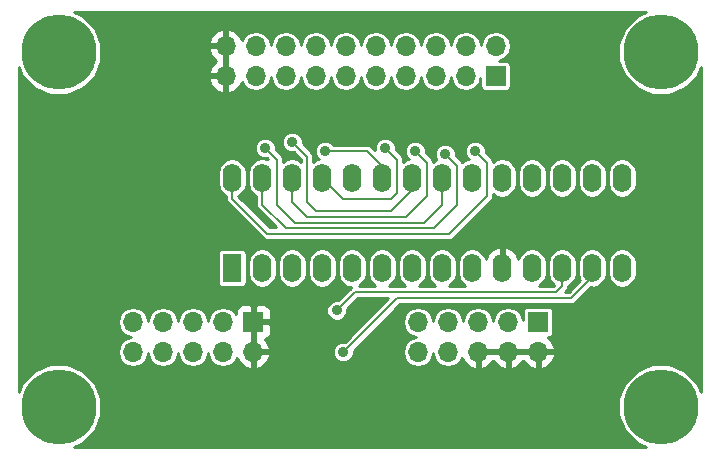
<source format=gbr>
G04 #@! TF.FileFunction,Copper,L2,Bot,Signal*
%FSLAX46Y46*%
G04 Gerber Fmt 4.6, Leading zero omitted, Abs format (unit mm)*
G04 Created by KiCad (PCBNEW (after 2015-mar-04 BZR unknown)-product) date 5/15/2017 4:50:43 PM*
%MOMM*%
G01*
G04 APERTURE LIST*
%ADD10C,0.150000*%
%ADD11C,6.350000*%
%ADD12R,1.700000X1.700000*%
%ADD13O,1.700000X1.700000*%
%ADD14R,1.600000X2.400000*%
%ADD15O,1.600000X2.400000*%
%ADD16C,0.889000*%
%ADD17C,0.203200*%
%ADD18C,0.254000*%
G04 APERTURE END LIST*
D10*
D11*
X65000000Y-44000000D03*
D12*
X51000000Y-16000000D03*
D13*
X51000000Y-13460000D03*
X48460000Y-16000000D03*
X48460000Y-13460000D03*
X45920000Y-16000000D03*
X45920000Y-13460000D03*
X43380000Y-16000000D03*
X43380000Y-13460000D03*
X40840000Y-16000000D03*
X40840000Y-13460000D03*
X38300000Y-16000000D03*
X38300000Y-13460000D03*
X35760000Y-16000000D03*
X35760000Y-13460000D03*
X33220000Y-16000000D03*
X33220000Y-13460000D03*
X30680000Y-16000000D03*
X30680000Y-13460000D03*
X28140000Y-16000000D03*
X28140000Y-13460000D03*
D11*
X65000000Y-14000000D03*
X14000000Y-14000000D03*
X14000000Y-44000000D03*
D12*
X54610000Y-36830000D03*
D13*
X54610000Y-39370000D03*
X52070000Y-36830000D03*
X52070000Y-39370000D03*
X49530000Y-36830000D03*
X49530000Y-39370000D03*
X46990000Y-36830000D03*
X46990000Y-39370000D03*
X44450000Y-36830000D03*
X44450000Y-39370000D03*
D14*
X28702000Y-32258000D03*
D15*
X61722000Y-24638000D03*
X31242000Y-32258000D03*
X59182000Y-24638000D03*
X33782000Y-32258000D03*
X56642000Y-24638000D03*
X36322000Y-32258000D03*
X54102000Y-24638000D03*
X38862000Y-32258000D03*
X51562000Y-24638000D03*
X41402000Y-32258000D03*
X49022000Y-24638000D03*
X43942000Y-32258000D03*
X46482000Y-24638000D03*
X46482000Y-32258000D03*
X43942000Y-24638000D03*
X49022000Y-32258000D03*
X41402000Y-24638000D03*
X51562000Y-32258000D03*
X38862000Y-24638000D03*
X54102000Y-32258000D03*
X36322000Y-24638000D03*
X56642000Y-32258000D03*
X33782000Y-24638000D03*
X59182000Y-32258000D03*
X31242000Y-24638000D03*
X61722000Y-32258000D03*
X28702000Y-24638000D03*
D12*
X30480000Y-36830000D03*
D13*
X30480000Y-39370000D03*
X27940000Y-36830000D03*
X27940000Y-39370000D03*
X25400000Y-36830000D03*
X25400000Y-39370000D03*
X22860000Y-36830000D03*
X22860000Y-39370000D03*
X20320000Y-36830000D03*
X20320000Y-39370000D03*
D16*
X36576000Y-22352000D03*
X33782000Y-21590000D03*
X31496000Y-22098000D03*
X38100000Y-39370000D03*
X37550000Y-35856000D03*
X49276000Y-22352000D03*
X46736000Y-22606000D03*
X44196000Y-22352000D03*
X41656000Y-22098000D03*
D17*
X38300000Y-16000000D02*
X38300000Y-16710000D01*
X38862000Y-24638000D02*
X38862000Y-24130000D01*
X40132000Y-22352000D02*
X36576000Y-22352000D01*
X41402000Y-23622000D02*
X40132000Y-22352000D01*
X41402000Y-24638000D02*
X41402000Y-23622000D01*
X35052000Y-22860000D02*
X33782000Y-21590000D01*
X35052000Y-26670000D02*
X35052000Y-22860000D01*
X35814000Y-27432000D02*
X35052000Y-26670000D01*
X42164000Y-27432000D02*
X35814000Y-27432000D01*
X43942000Y-25654000D02*
X42164000Y-27432000D01*
X43942000Y-24638000D02*
X43942000Y-25654000D01*
X32512000Y-23114000D02*
X32512000Y-26924000D01*
X44958000Y-28448000D02*
X46482000Y-26924000D01*
X34036000Y-28448000D02*
X44958000Y-28448000D01*
X32512000Y-26924000D02*
X34036000Y-28448000D01*
X46482000Y-26924000D02*
X46482000Y-24638000D01*
X32512000Y-23114000D02*
X31496000Y-22098000D01*
X46482000Y-24638000D02*
X46482000Y-26924000D01*
X59182000Y-32258000D02*
X59182000Y-33020000D01*
X59182000Y-33020000D02*
X57404000Y-34798000D01*
X42672000Y-34798000D02*
X38100000Y-39370000D01*
X57404000Y-34798000D02*
X42672000Y-34798000D01*
X39878000Y-34290000D02*
X56134000Y-34290000D01*
X39116000Y-34290000D02*
X39878000Y-34290000D01*
X56134000Y-34290000D02*
X56642000Y-33782000D01*
X39116000Y-34290000D02*
X39878000Y-34290000D01*
X37550000Y-35856000D02*
X39116000Y-34290000D01*
X56642000Y-33782000D02*
X56642000Y-32258000D01*
X28702000Y-24638000D02*
X28702000Y-26416000D01*
X47091596Y-29362404D02*
X50292000Y-26162000D01*
X31648404Y-29362404D02*
X47091596Y-29362404D01*
X28702000Y-26416000D02*
X31648404Y-29362404D01*
X50292000Y-26162000D02*
X50292000Y-23368000D01*
X50292000Y-23368000D02*
X49276000Y-22352000D01*
X50292000Y-23368000D02*
X49276000Y-22352000D01*
X31242000Y-24638000D02*
X31242000Y-26924000D01*
X45770798Y-28905202D02*
X47752000Y-26924000D01*
X33223202Y-28905202D02*
X45770798Y-28905202D01*
X31242000Y-26924000D02*
X33223202Y-28905202D01*
X47752000Y-26924000D02*
X47752000Y-23622000D01*
X46736000Y-22606000D02*
X47752000Y-23622000D01*
X45212000Y-24892000D02*
X45212000Y-23876000D01*
X44196000Y-22352000D02*
X45212000Y-23368000D01*
X45212000Y-23368000D02*
X45212000Y-23876000D01*
X45212000Y-26162000D02*
X43434000Y-27940000D01*
X43434000Y-27940000D02*
X35052000Y-27940000D01*
X35052000Y-27940000D02*
X33782000Y-26670000D01*
X33782000Y-26670000D02*
X33782000Y-24638000D01*
X45212000Y-24892000D02*
X45212000Y-26162000D01*
X42672000Y-24892000D02*
X42672000Y-24130000D01*
X41656000Y-22098000D02*
X42672000Y-23114000D01*
X42672000Y-23114000D02*
X42672000Y-24130000D01*
X42672000Y-25908000D02*
X42164000Y-26416000D01*
X42164000Y-26416000D02*
X38100000Y-26416000D01*
X38100000Y-26416000D02*
X36322000Y-24638000D01*
X42672000Y-24892000D02*
X42672000Y-25908000D01*
D18*
G36*
X68377700Y-42729735D02*
X68059479Y-41959581D01*
X67045755Y-40944087D01*
X65720584Y-40393828D01*
X64285711Y-40392576D01*
X62959581Y-40940521D01*
X62953800Y-40946291D01*
X62953800Y-32689969D01*
X62953800Y-31826031D01*
X62953800Y-25069969D01*
X62953800Y-24206031D01*
X62860035Y-23734642D01*
X62593014Y-23335017D01*
X62193389Y-23067996D01*
X61722000Y-22974231D01*
X61250611Y-23067996D01*
X60850986Y-23335017D01*
X60583965Y-23734642D01*
X60490200Y-24206031D01*
X60490200Y-25069969D01*
X60583965Y-25541358D01*
X60850986Y-25940983D01*
X61250611Y-26208004D01*
X61722000Y-26301769D01*
X62193389Y-26208004D01*
X62593014Y-25940983D01*
X62860035Y-25541358D01*
X62953800Y-25069969D01*
X62953800Y-31826031D01*
X62860035Y-31354642D01*
X62593014Y-30955017D01*
X62193389Y-30687996D01*
X61722000Y-30594231D01*
X61250611Y-30687996D01*
X60850986Y-30955017D01*
X60583965Y-31354642D01*
X60490200Y-31826031D01*
X60490200Y-32689969D01*
X60583965Y-33161358D01*
X60850986Y-33560983D01*
X61250611Y-33828004D01*
X61722000Y-33921769D01*
X62193389Y-33828004D01*
X62593014Y-33560983D01*
X62860035Y-33161358D01*
X62953800Y-32689969D01*
X62953800Y-40946291D01*
X61944087Y-41954245D01*
X61393828Y-43279416D01*
X61392576Y-44714289D01*
X61940521Y-46040419D01*
X62954245Y-47055913D01*
X63729194Y-47377700D01*
X60413800Y-47377700D01*
X60413800Y-32689969D01*
X60413800Y-31826031D01*
X60413800Y-25069969D01*
X60413800Y-24206031D01*
X60320035Y-23734642D01*
X60053014Y-23335017D01*
X59653389Y-23067996D01*
X59182000Y-22974231D01*
X58710611Y-23067996D01*
X58310986Y-23335017D01*
X58043965Y-23734642D01*
X57950200Y-24206031D01*
X57950200Y-25069969D01*
X58043965Y-25541358D01*
X58310986Y-25940983D01*
X58710611Y-26208004D01*
X59182000Y-26301769D01*
X59653389Y-26208004D01*
X60053014Y-25940983D01*
X60320035Y-25541358D01*
X60413800Y-25069969D01*
X60413800Y-31826031D01*
X60320035Y-31354642D01*
X60053014Y-30955017D01*
X59653389Y-30687996D01*
X59182000Y-30594231D01*
X58710611Y-30687996D01*
X58310986Y-30955017D01*
X58043965Y-31354642D01*
X57950200Y-31826031D01*
X57950200Y-32689969D01*
X58043965Y-33161358D01*
X58141030Y-33306627D01*
X57183058Y-34264600D01*
X56913741Y-34264600D01*
X57019167Y-34159173D01*
X57019170Y-34159171D01*
X57019171Y-34159171D01*
X57088483Y-34055436D01*
X57134797Y-33986124D01*
X57134797Y-33986123D01*
X57174351Y-33787269D01*
X57513014Y-33560983D01*
X57780035Y-33161358D01*
X57873800Y-32689969D01*
X57873800Y-31826031D01*
X57873800Y-25069969D01*
X57873800Y-24206031D01*
X57780035Y-23734642D01*
X57513014Y-23335017D01*
X57113389Y-23067996D01*
X56642000Y-22974231D01*
X56170611Y-23067996D01*
X55770986Y-23335017D01*
X55503965Y-23734642D01*
X55410200Y-24206031D01*
X55410200Y-25069969D01*
X55503965Y-25541358D01*
X55770986Y-25940983D01*
X56170611Y-26208004D01*
X56642000Y-26301769D01*
X57113389Y-26208004D01*
X57513014Y-25940983D01*
X57780035Y-25541358D01*
X57873800Y-25069969D01*
X57873800Y-31826031D01*
X57780035Y-31354642D01*
X57513014Y-30955017D01*
X57113389Y-30687996D01*
X56642000Y-30594231D01*
X56170611Y-30687996D01*
X55770986Y-30955017D01*
X55503965Y-31354642D01*
X55410200Y-31826031D01*
X55410200Y-32689969D01*
X55503965Y-33161358D01*
X55770986Y-33560983D01*
X55973415Y-33696242D01*
X55913058Y-33756600D01*
X54680252Y-33756600D01*
X54973014Y-33560983D01*
X55240035Y-33161358D01*
X55333800Y-32689969D01*
X55333800Y-31826031D01*
X55333800Y-25069969D01*
X55333800Y-24206031D01*
X55240035Y-23734642D01*
X54973014Y-23335017D01*
X54573389Y-23067996D01*
X54102000Y-22974231D01*
X53630611Y-23067996D01*
X53230986Y-23335017D01*
X52963965Y-23734642D01*
X52870200Y-24206031D01*
X52870200Y-25069969D01*
X52963965Y-25541358D01*
X53230986Y-25940983D01*
X53630611Y-26208004D01*
X54102000Y-26301769D01*
X54573389Y-26208004D01*
X54973014Y-25940983D01*
X55240035Y-25541358D01*
X55333800Y-25069969D01*
X55333800Y-31826031D01*
X55240035Y-31354642D01*
X54973014Y-30955017D01*
X54573389Y-30687996D01*
X54102000Y-30594231D01*
X53630611Y-30687996D01*
X53230986Y-30955017D01*
X52963965Y-31354642D01*
X52932771Y-31511463D01*
X52839166Y-31191517D01*
X52793800Y-31135108D01*
X52793800Y-25069969D01*
X52793800Y-24206031D01*
X52700035Y-23734642D01*
X52433014Y-23335017D01*
X52290259Y-23239631D01*
X52290259Y-16850000D01*
X52290259Y-15150000D01*
X52258315Y-14985356D01*
X52163258Y-14840649D01*
X52019755Y-14743784D01*
X51850000Y-14709741D01*
X51287418Y-14709741D01*
X51490524Y-14669341D01*
X51906369Y-14391481D01*
X52184229Y-13975636D01*
X52281800Y-13485112D01*
X52281800Y-13434888D01*
X52184229Y-12944364D01*
X51906369Y-12528519D01*
X51490524Y-12250659D01*
X51000000Y-12153088D01*
X50509476Y-12250659D01*
X50093631Y-12528519D01*
X49815771Y-12944364D01*
X49730000Y-13375565D01*
X49644229Y-12944364D01*
X49366369Y-12528519D01*
X48950524Y-12250659D01*
X48460000Y-12153088D01*
X47969476Y-12250659D01*
X47553631Y-12528519D01*
X47275771Y-12944364D01*
X47190000Y-13375565D01*
X47104229Y-12944364D01*
X46826369Y-12528519D01*
X46410524Y-12250659D01*
X45920000Y-12153088D01*
X45429476Y-12250659D01*
X45013631Y-12528519D01*
X44735771Y-12944364D01*
X44650000Y-13375565D01*
X44564229Y-12944364D01*
X44286369Y-12528519D01*
X43870524Y-12250659D01*
X43380000Y-12153088D01*
X42889476Y-12250659D01*
X42473631Y-12528519D01*
X42195771Y-12944364D01*
X42110000Y-13375565D01*
X42024229Y-12944364D01*
X41746369Y-12528519D01*
X41330524Y-12250659D01*
X40840000Y-12153088D01*
X40349476Y-12250659D01*
X39933631Y-12528519D01*
X39655771Y-12944364D01*
X39570000Y-13375565D01*
X39484229Y-12944364D01*
X39206369Y-12528519D01*
X38790524Y-12250659D01*
X38300000Y-12153088D01*
X37809476Y-12250659D01*
X37393631Y-12528519D01*
X37115771Y-12944364D01*
X37030000Y-13375565D01*
X36944229Y-12944364D01*
X36666369Y-12528519D01*
X36250524Y-12250659D01*
X35760000Y-12153088D01*
X35269476Y-12250659D01*
X34853631Y-12528519D01*
X34575771Y-12944364D01*
X34490000Y-13375565D01*
X34404229Y-12944364D01*
X34126369Y-12528519D01*
X33710524Y-12250659D01*
X33220000Y-12153088D01*
X32729476Y-12250659D01*
X32313631Y-12528519D01*
X32035771Y-12944364D01*
X31950000Y-13375565D01*
X31864229Y-12944364D01*
X31586369Y-12528519D01*
X31170524Y-12250659D01*
X30680000Y-12153088D01*
X30189476Y-12250659D01*
X29773631Y-12528519D01*
X29502327Y-12934551D01*
X29335183Y-12578642D01*
X28906924Y-12188355D01*
X28496890Y-12018524D01*
X28267000Y-12139845D01*
X28267000Y-13333000D01*
X28287000Y-13333000D01*
X28287000Y-13587000D01*
X28267000Y-13587000D01*
X28267000Y-14679845D01*
X28267000Y-14780155D01*
X28267000Y-15873000D01*
X28287000Y-15873000D01*
X28287000Y-16127000D01*
X28267000Y-16127000D01*
X28267000Y-17320155D01*
X28496890Y-17441476D01*
X28906924Y-17271645D01*
X29335183Y-16881358D01*
X29502327Y-16525448D01*
X29773631Y-16931481D01*
X30189476Y-17209341D01*
X30680000Y-17306912D01*
X31170524Y-17209341D01*
X31586369Y-16931481D01*
X31864229Y-16515636D01*
X31950000Y-16084434D01*
X32035771Y-16515636D01*
X32313631Y-16931481D01*
X32729476Y-17209341D01*
X33220000Y-17306912D01*
X33710524Y-17209341D01*
X34126369Y-16931481D01*
X34404229Y-16515636D01*
X34490000Y-16084434D01*
X34575771Y-16515636D01*
X34853631Y-16931481D01*
X35269476Y-17209341D01*
X35760000Y-17306912D01*
X36250524Y-17209341D01*
X36666369Y-16931481D01*
X36944229Y-16515636D01*
X37030000Y-16084434D01*
X37115771Y-16515636D01*
X37393631Y-16931481D01*
X37809476Y-17209341D01*
X38300000Y-17306912D01*
X38790524Y-17209341D01*
X39206369Y-16931481D01*
X39484229Y-16515636D01*
X39570000Y-16084434D01*
X39655771Y-16515636D01*
X39933631Y-16931481D01*
X40349476Y-17209341D01*
X40840000Y-17306912D01*
X41330524Y-17209341D01*
X41746369Y-16931481D01*
X42024229Y-16515636D01*
X42110000Y-16084434D01*
X42195771Y-16515636D01*
X42473631Y-16931481D01*
X42889476Y-17209341D01*
X43380000Y-17306912D01*
X43870524Y-17209341D01*
X44286369Y-16931481D01*
X44564229Y-16515636D01*
X44650000Y-16084434D01*
X44735771Y-16515636D01*
X45013631Y-16931481D01*
X45429476Y-17209341D01*
X45920000Y-17306912D01*
X46410524Y-17209341D01*
X46826369Y-16931481D01*
X47104229Y-16515636D01*
X47190000Y-16084434D01*
X47275771Y-16515636D01*
X47553631Y-16931481D01*
X47969476Y-17209341D01*
X48460000Y-17306912D01*
X48950524Y-17209341D01*
X49366369Y-16931481D01*
X49644229Y-16515636D01*
X49709741Y-16186283D01*
X49709741Y-16850000D01*
X49741685Y-17014644D01*
X49836742Y-17159351D01*
X49980245Y-17256216D01*
X50150000Y-17290259D01*
X51850000Y-17290259D01*
X52014644Y-17258315D01*
X52159351Y-17163258D01*
X52256216Y-17019755D01*
X52290259Y-16850000D01*
X52290259Y-23239631D01*
X52033389Y-23067996D01*
X51562000Y-22974231D01*
X51090611Y-23067996D01*
X50803839Y-23259610D01*
X50784797Y-23163877D01*
X50669171Y-22990829D01*
X50152194Y-22473852D01*
X50152452Y-22178458D01*
X50019324Y-21856264D01*
X49773032Y-21609542D01*
X49451072Y-21475852D01*
X49102458Y-21475548D01*
X48780264Y-21608676D01*
X48533542Y-21854968D01*
X48399852Y-22176928D01*
X48399548Y-22525542D01*
X48532676Y-22847736D01*
X48719096Y-23034482D01*
X48550611Y-23067996D01*
X48177565Y-23317257D01*
X48129171Y-23244829D01*
X47612194Y-22727852D01*
X47612452Y-22432458D01*
X47479324Y-22110264D01*
X47233032Y-21863542D01*
X46911072Y-21729852D01*
X46562458Y-21729548D01*
X46240264Y-21862676D01*
X45993542Y-22108968D01*
X45859852Y-22430928D01*
X45859548Y-22779542D01*
X45985631Y-23084686D01*
X45723839Y-23259610D01*
X45704797Y-23163877D01*
X45589171Y-22990829D01*
X45072194Y-22473852D01*
X45072452Y-22178458D01*
X44939324Y-21856264D01*
X44693032Y-21609542D01*
X44371072Y-21475852D01*
X44022458Y-21475548D01*
X43700264Y-21608676D01*
X43453542Y-21854968D01*
X43319852Y-22176928D01*
X43319548Y-22525542D01*
X43452676Y-22847736D01*
X43639096Y-23034482D01*
X43470611Y-23067996D01*
X43205400Y-23245204D01*
X43205400Y-23114000D01*
X43164797Y-22909877D01*
X43049171Y-22736829D01*
X42532194Y-22219852D01*
X42532452Y-21924458D01*
X42399324Y-21602264D01*
X42153032Y-21355542D01*
X41831072Y-21221852D01*
X41482458Y-21221548D01*
X41160264Y-21354676D01*
X40913542Y-21600968D01*
X40779852Y-21922928D01*
X40779570Y-22245228D01*
X40509171Y-21974829D01*
X40336123Y-21859203D01*
X40132000Y-21818600D01*
X37281725Y-21818600D01*
X37073032Y-21609542D01*
X36751072Y-21475852D01*
X36402458Y-21475548D01*
X36080264Y-21608676D01*
X35833542Y-21854968D01*
X35699852Y-22176928D01*
X35699548Y-22525542D01*
X35832676Y-22847736D01*
X36019096Y-23034482D01*
X35850611Y-23067996D01*
X35585400Y-23245204D01*
X35585400Y-22860000D01*
X35544797Y-22655877D01*
X35544797Y-22655876D01*
X35429171Y-22482829D01*
X34658194Y-21711852D01*
X34658452Y-21416458D01*
X34525324Y-21094264D01*
X34279032Y-20847542D01*
X33957072Y-20713852D01*
X33608458Y-20713548D01*
X33286264Y-20846676D01*
X33039542Y-21092968D01*
X32905852Y-21414928D01*
X32905548Y-21763542D01*
X33038676Y-22085736D01*
X33284968Y-22332458D01*
X33606928Y-22466148D01*
X33904065Y-22466407D01*
X34518600Y-23080942D01*
X34518600Y-23245204D01*
X34253389Y-23067996D01*
X33782000Y-22974231D01*
X33310611Y-23067996D01*
X33045400Y-23245204D01*
X33045400Y-23114000D01*
X33004797Y-22909877D01*
X32889171Y-22736829D01*
X32372194Y-22219852D01*
X32372452Y-21924458D01*
X32239324Y-21602264D01*
X31993032Y-21355542D01*
X31671072Y-21221852D01*
X31322458Y-21221548D01*
X31000264Y-21354676D01*
X30753542Y-21600968D01*
X30619852Y-21922928D01*
X30619548Y-22271542D01*
X30752676Y-22593736D01*
X30998968Y-22840458D01*
X31320928Y-22974148D01*
X31618065Y-22974407D01*
X31711223Y-23067565D01*
X31242000Y-22974231D01*
X30770611Y-23067996D01*
X30370986Y-23335017D01*
X30103965Y-23734642D01*
X30010200Y-24206031D01*
X30010200Y-25069969D01*
X30103965Y-25541358D01*
X30370986Y-25940983D01*
X30708600Y-26166569D01*
X30708600Y-26924000D01*
X30749203Y-27128123D01*
X30864829Y-27301171D01*
X32392662Y-28829004D01*
X31869345Y-28829004D01*
X29235400Y-26195058D01*
X29235400Y-26166569D01*
X29573014Y-25940983D01*
X29840035Y-25541358D01*
X29933800Y-25069969D01*
X29933800Y-24206031D01*
X29840035Y-23734642D01*
X29573014Y-23335017D01*
X29173389Y-23067996D01*
X28702000Y-22974231D01*
X28230611Y-23067996D01*
X28013000Y-23213399D01*
X28013000Y-17320155D01*
X28013000Y-16127000D01*
X28013000Y-15873000D01*
X28013000Y-14780155D01*
X28013000Y-14679845D01*
X28013000Y-13587000D01*
X28013000Y-13333000D01*
X28013000Y-12139845D01*
X27783110Y-12018524D01*
X27373076Y-12188355D01*
X26944817Y-12578642D01*
X26698514Y-13103108D01*
X26819181Y-13333000D01*
X28013000Y-13333000D01*
X28013000Y-13587000D01*
X26819181Y-13587000D01*
X26698514Y-13816892D01*
X26944817Y-14341358D01*
X27371270Y-14730000D01*
X26944817Y-15118642D01*
X26698514Y-15643108D01*
X26819181Y-15873000D01*
X28013000Y-15873000D01*
X28013000Y-16127000D01*
X26819181Y-16127000D01*
X26698514Y-16356892D01*
X26944817Y-16881358D01*
X27373076Y-17271645D01*
X27783110Y-17441476D01*
X28013000Y-17320155D01*
X28013000Y-23213399D01*
X27830986Y-23335017D01*
X27563965Y-23734642D01*
X27470200Y-24206031D01*
X27470200Y-25069969D01*
X27563965Y-25541358D01*
X27830986Y-25940983D01*
X28168600Y-26166569D01*
X28168600Y-26416000D01*
X28209203Y-26620123D01*
X28324829Y-26793171D01*
X31271230Y-29739571D01*
X31271233Y-29739575D01*
X31374967Y-29808887D01*
X31444280Y-29855201D01*
X31444281Y-29855201D01*
X31648404Y-29895804D01*
X47091596Y-29895804D01*
X47295719Y-29855201D01*
X47468767Y-29739575D01*
X50669171Y-26539171D01*
X50784797Y-26366123D01*
X50825400Y-26162000D01*
X50825401Y-26162000D01*
X50825400Y-26161994D01*
X50825400Y-26030795D01*
X51090611Y-26208004D01*
X51562000Y-26301769D01*
X52033389Y-26208004D01*
X52433014Y-25940983D01*
X52700035Y-25541358D01*
X52793800Y-25069969D01*
X52793800Y-31135108D01*
X52486896Y-30753500D01*
X51993819Y-30483633D01*
X51911039Y-30466096D01*
X51689000Y-30588085D01*
X51689000Y-32131000D01*
X51709000Y-32131000D01*
X51709000Y-32385000D01*
X51689000Y-32385000D01*
X51689000Y-32405000D01*
X51435000Y-32405000D01*
X51435000Y-32385000D01*
X51415000Y-32385000D01*
X51415000Y-32131000D01*
X51435000Y-32131000D01*
X51435000Y-30588085D01*
X51212961Y-30466096D01*
X51130181Y-30483633D01*
X50637104Y-30753500D01*
X50284834Y-31191517D01*
X50191228Y-31511463D01*
X50160035Y-31354642D01*
X49893014Y-30955017D01*
X49493389Y-30687996D01*
X49022000Y-30594231D01*
X48550611Y-30687996D01*
X48150986Y-30955017D01*
X47883965Y-31354642D01*
X47790200Y-31826031D01*
X47790200Y-32689969D01*
X47883965Y-33161358D01*
X48150986Y-33560983D01*
X48443747Y-33756600D01*
X47060252Y-33756600D01*
X47353014Y-33560983D01*
X47620035Y-33161358D01*
X47713800Y-32689969D01*
X47713800Y-31826031D01*
X47620035Y-31354642D01*
X47353014Y-30955017D01*
X46953389Y-30687996D01*
X46482000Y-30594231D01*
X46010611Y-30687996D01*
X45610986Y-30955017D01*
X45343965Y-31354642D01*
X45250200Y-31826031D01*
X45250200Y-32689969D01*
X45343965Y-33161358D01*
X45610986Y-33560983D01*
X45903747Y-33756600D01*
X44520252Y-33756600D01*
X44813014Y-33560983D01*
X45080035Y-33161358D01*
X45173800Y-32689969D01*
X45173800Y-31826031D01*
X45080035Y-31354642D01*
X44813014Y-30955017D01*
X44413389Y-30687996D01*
X43942000Y-30594231D01*
X43470611Y-30687996D01*
X43070986Y-30955017D01*
X42803965Y-31354642D01*
X42710200Y-31826031D01*
X42710200Y-32689969D01*
X42803965Y-33161358D01*
X43070986Y-33560983D01*
X43363747Y-33756600D01*
X41980252Y-33756600D01*
X42273014Y-33560983D01*
X42540035Y-33161358D01*
X42633800Y-32689969D01*
X42633800Y-31826031D01*
X42540035Y-31354642D01*
X42273014Y-30955017D01*
X41873389Y-30687996D01*
X41402000Y-30594231D01*
X40930611Y-30687996D01*
X40530986Y-30955017D01*
X40263965Y-31354642D01*
X40170200Y-31826031D01*
X40170200Y-32689969D01*
X40263965Y-33161358D01*
X40530986Y-33560983D01*
X40823747Y-33756600D01*
X39878000Y-33756600D01*
X39440252Y-33756600D01*
X39733014Y-33560983D01*
X40000035Y-33161358D01*
X40093800Y-32689969D01*
X40093800Y-31826031D01*
X40000035Y-31354642D01*
X39733014Y-30955017D01*
X39333389Y-30687996D01*
X38862000Y-30594231D01*
X38390611Y-30687996D01*
X37990986Y-30955017D01*
X37723965Y-31354642D01*
X37630200Y-31826031D01*
X37630200Y-32689969D01*
X37723965Y-33161358D01*
X37990986Y-33560983D01*
X38390611Y-33828004D01*
X38756774Y-33900838D01*
X38738829Y-33912829D01*
X38738826Y-33912832D01*
X37671852Y-34979805D01*
X37553800Y-34979702D01*
X37553800Y-32689969D01*
X37553800Y-31826031D01*
X37460035Y-31354642D01*
X37193014Y-30955017D01*
X36793389Y-30687996D01*
X36322000Y-30594231D01*
X35850611Y-30687996D01*
X35450986Y-30955017D01*
X35183965Y-31354642D01*
X35090200Y-31826031D01*
X35090200Y-32689969D01*
X35183965Y-33161358D01*
X35450986Y-33560983D01*
X35850611Y-33828004D01*
X36322000Y-33921769D01*
X36793389Y-33828004D01*
X37193014Y-33560983D01*
X37460035Y-33161358D01*
X37553800Y-32689969D01*
X37553800Y-34979702D01*
X37376458Y-34979548D01*
X37054264Y-35112676D01*
X36807542Y-35358968D01*
X36673852Y-35680928D01*
X36673548Y-36029542D01*
X36806676Y-36351736D01*
X37052968Y-36598458D01*
X37374928Y-36732148D01*
X37723542Y-36732452D01*
X38045736Y-36599324D01*
X38292458Y-36353032D01*
X38426148Y-36031072D01*
X38426407Y-35733934D01*
X39336941Y-34823400D01*
X39878000Y-34823400D01*
X41892258Y-34823400D01*
X38221852Y-38493805D01*
X37926458Y-38493548D01*
X37604264Y-38626676D01*
X37357542Y-38872968D01*
X37223852Y-39194928D01*
X37223548Y-39543542D01*
X37356676Y-39865736D01*
X37602968Y-40112458D01*
X37924928Y-40246148D01*
X38273542Y-40246452D01*
X38595736Y-40113324D01*
X38842458Y-39867032D01*
X38976148Y-39545072D01*
X38976407Y-39247934D01*
X42892941Y-35331400D01*
X57404000Y-35331400D01*
X57608123Y-35290797D01*
X57781171Y-35175171D01*
X59059032Y-33897309D01*
X59182000Y-33921769D01*
X59653389Y-33828004D01*
X60053014Y-33560983D01*
X60320035Y-33161358D01*
X60413800Y-32689969D01*
X60413800Y-47377700D01*
X56051486Y-47377700D01*
X56051486Y-39726892D01*
X56051486Y-39013108D01*
X55805183Y-38488642D01*
X55400959Y-38120259D01*
X55460000Y-38120259D01*
X55624644Y-38088315D01*
X55769351Y-37993258D01*
X55866216Y-37849755D01*
X55900259Y-37680000D01*
X55900259Y-35980000D01*
X55868315Y-35815356D01*
X55773258Y-35670649D01*
X55629755Y-35573784D01*
X55460000Y-35539741D01*
X53760000Y-35539741D01*
X53595356Y-35571685D01*
X53450649Y-35666742D01*
X53353784Y-35810245D01*
X53319741Y-35980000D01*
X53319741Y-36643716D01*
X53254229Y-36314364D01*
X52976369Y-35898519D01*
X52560524Y-35620659D01*
X52070000Y-35523088D01*
X51579476Y-35620659D01*
X51163631Y-35898519D01*
X50885771Y-36314364D01*
X50800000Y-36745565D01*
X50714229Y-36314364D01*
X50436369Y-35898519D01*
X50020524Y-35620659D01*
X49530000Y-35523088D01*
X49039476Y-35620659D01*
X48623631Y-35898519D01*
X48345771Y-36314364D01*
X48260000Y-36745565D01*
X48174229Y-36314364D01*
X47896369Y-35898519D01*
X47480524Y-35620659D01*
X46990000Y-35523088D01*
X46499476Y-35620659D01*
X46083631Y-35898519D01*
X45805771Y-36314364D01*
X45720000Y-36745565D01*
X45634229Y-36314364D01*
X45356369Y-35898519D01*
X44940524Y-35620659D01*
X44450000Y-35523088D01*
X43959476Y-35620659D01*
X43543631Y-35898519D01*
X43265771Y-36314364D01*
X43168200Y-36804888D01*
X43168200Y-36855112D01*
X43265771Y-37345636D01*
X43543631Y-37761481D01*
X43959476Y-38039341D01*
X44264430Y-38100000D01*
X43959476Y-38160659D01*
X43543631Y-38438519D01*
X43265771Y-38854364D01*
X43168200Y-39344888D01*
X43168200Y-39395112D01*
X43265771Y-39885636D01*
X43543631Y-40301481D01*
X43959476Y-40579341D01*
X44450000Y-40676912D01*
X44940524Y-40579341D01*
X45356369Y-40301481D01*
X45634229Y-39885636D01*
X45720000Y-39454434D01*
X45805771Y-39885636D01*
X46083631Y-40301481D01*
X46499476Y-40579341D01*
X46990000Y-40676912D01*
X47480524Y-40579341D01*
X47896369Y-40301481D01*
X48167672Y-39895448D01*
X48334817Y-40251358D01*
X48763076Y-40641645D01*
X49173110Y-40811476D01*
X49403000Y-40690155D01*
X49403000Y-39497000D01*
X49383000Y-39497000D01*
X49383000Y-39243000D01*
X49403000Y-39243000D01*
X49403000Y-39223000D01*
X49657000Y-39223000D01*
X49657000Y-39243000D01*
X50749181Y-39243000D01*
X50850819Y-39243000D01*
X51943000Y-39243000D01*
X51943000Y-39223000D01*
X52197000Y-39223000D01*
X52197000Y-39243000D01*
X53289181Y-39243000D01*
X53390819Y-39243000D01*
X54483000Y-39243000D01*
X54483000Y-39223000D01*
X54737000Y-39223000D01*
X54737000Y-39243000D01*
X55930819Y-39243000D01*
X56051486Y-39013108D01*
X56051486Y-39726892D01*
X55930819Y-39497000D01*
X54737000Y-39497000D01*
X54737000Y-40690155D01*
X54966890Y-40811476D01*
X55376924Y-40641645D01*
X55805183Y-40251358D01*
X56051486Y-39726892D01*
X56051486Y-47377700D01*
X54483000Y-47377700D01*
X54483000Y-40690155D01*
X54483000Y-39497000D01*
X53390819Y-39497000D01*
X53289181Y-39497000D01*
X52197000Y-39497000D01*
X52197000Y-40690155D01*
X52426890Y-40811476D01*
X52836924Y-40641645D01*
X53265183Y-40251358D01*
X53340000Y-40092046D01*
X53414817Y-40251358D01*
X53843076Y-40641645D01*
X54253110Y-40811476D01*
X54483000Y-40690155D01*
X54483000Y-47377700D01*
X51943000Y-47377700D01*
X51943000Y-40690155D01*
X51943000Y-39497000D01*
X50850819Y-39497000D01*
X50749181Y-39497000D01*
X49657000Y-39497000D01*
X49657000Y-40690155D01*
X49886890Y-40811476D01*
X50296924Y-40641645D01*
X50725183Y-40251358D01*
X50800000Y-40092046D01*
X50874817Y-40251358D01*
X51303076Y-40641645D01*
X51713110Y-40811476D01*
X51943000Y-40690155D01*
X51943000Y-47377700D01*
X35013800Y-47377700D01*
X35013800Y-32689969D01*
X35013800Y-31826031D01*
X34920035Y-31354642D01*
X34653014Y-30955017D01*
X34253389Y-30687996D01*
X33782000Y-30594231D01*
X33310611Y-30687996D01*
X32910986Y-30955017D01*
X32643965Y-31354642D01*
X32550200Y-31826031D01*
X32550200Y-32689969D01*
X32643965Y-33161358D01*
X32910986Y-33560983D01*
X33310611Y-33828004D01*
X33782000Y-33921769D01*
X34253389Y-33828004D01*
X34653014Y-33560983D01*
X34920035Y-33161358D01*
X35013800Y-32689969D01*
X35013800Y-47377700D01*
X32473800Y-47377700D01*
X32473800Y-32689969D01*
X32473800Y-31826031D01*
X32380035Y-31354642D01*
X32113014Y-30955017D01*
X31713389Y-30687996D01*
X31242000Y-30594231D01*
X30770611Y-30687996D01*
X30370986Y-30955017D01*
X30103965Y-31354642D01*
X30010200Y-31826031D01*
X30010200Y-32689969D01*
X30103965Y-33161358D01*
X30370986Y-33560983D01*
X30770611Y-33828004D01*
X31242000Y-33921769D01*
X31713389Y-33828004D01*
X32113014Y-33560983D01*
X32380035Y-33161358D01*
X32473800Y-32689969D01*
X32473800Y-47377700D01*
X31965000Y-47377700D01*
X31965000Y-37806309D01*
X31965000Y-37115750D01*
X31965000Y-36544250D01*
X31965000Y-35853691D01*
X31868327Y-35620302D01*
X31689699Y-35441673D01*
X31456310Y-35345000D01*
X31203691Y-35345000D01*
X30765750Y-35345000D01*
X30607000Y-35503750D01*
X30607000Y-36703000D01*
X31806250Y-36703000D01*
X31965000Y-36544250D01*
X31965000Y-37115750D01*
X31806250Y-36957000D01*
X30607000Y-36957000D01*
X30607000Y-38049845D01*
X30607000Y-38156250D01*
X30607000Y-39243000D01*
X31800819Y-39243000D01*
X31921486Y-39013108D01*
X31675183Y-38488642D01*
X31475792Y-38306930D01*
X31689699Y-38218327D01*
X31868327Y-38039698D01*
X31965000Y-37806309D01*
X31965000Y-47377700D01*
X31921486Y-47377700D01*
X31921486Y-39726892D01*
X31800819Y-39497000D01*
X30607000Y-39497000D01*
X30607000Y-40690155D01*
X30836890Y-40811476D01*
X31246924Y-40641645D01*
X31675183Y-40251358D01*
X31921486Y-39726892D01*
X31921486Y-47377700D01*
X30353000Y-47377700D01*
X30353000Y-40690155D01*
X30353000Y-39497000D01*
X30333000Y-39497000D01*
X30333000Y-39243000D01*
X30353000Y-39243000D01*
X30353000Y-38156250D01*
X30353000Y-38049845D01*
X30353000Y-36957000D01*
X30333000Y-36957000D01*
X30333000Y-36703000D01*
X30353000Y-36703000D01*
X30353000Y-35503750D01*
X30194250Y-35345000D01*
X29942259Y-35345000D01*
X29942259Y-33458000D01*
X29942259Y-31058000D01*
X29910315Y-30893356D01*
X29815258Y-30748649D01*
X29671755Y-30651784D01*
X29502000Y-30617741D01*
X27902000Y-30617741D01*
X27737356Y-30649685D01*
X27592649Y-30744742D01*
X27495784Y-30888245D01*
X27461741Y-31058000D01*
X27461741Y-33458000D01*
X27493685Y-33622644D01*
X27588742Y-33767351D01*
X27732245Y-33864216D01*
X27902000Y-33898259D01*
X29502000Y-33898259D01*
X29666644Y-33866315D01*
X29811351Y-33771258D01*
X29908216Y-33627755D01*
X29942259Y-33458000D01*
X29942259Y-35345000D01*
X29756309Y-35345000D01*
X29503690Y-35345000D01*
X29270301Y-35441673D01*
X29091673Y-35620302D01*
X28995000Y-35853691D01*
X28995000Y-36120960D01*
X28846369Y-35898519D01*
X28430524Y-35620659D01*
X27940000Y-35523088D01*
X27449476Y-35620659D01*
X27033631Y-35898519D01*
X26755771Y-36314364D01*
X26670000Y-36745565D01*
X26584229Y-36314364D01*
X26306369Y-35898519D01*
X25890524Y-35620659D01*
X25400000Y-35523088D01*
X24909476Y-35620659D01*
X24493631Y-35898519D01*
X24215771Y-36314364D01*
X24130000Y-36745565D01*
X24044229Y-36314364D01*
X23766369Y-35898519D01*
X23350524Y-35620659D01*
X22860000Y-35523088D01*
X22369476Y-35620659D01*
X21953631Y-35898519D01*
X21675771Y-36314364D01*
X21590000Y-36745565D01*
X21504229Y-36314364D01*
X21226369Y-35898519D01*
X20810524Y-35620659D01*
X20320000Y-35523088D01*
X19829476Y-35620659D01*
X19413631Y-35898519D01*
X19135771Y-36314364D01*
X19038200Y-36804888D01*
X19038200Y-36855112D01*
X19135771Y-37345636D01*
X19413631Y-37761481D01*
X19829476Y-38039341D01*
X20134430Y-38100000D01*
X19829476Y-38160659D01*
X19413631Y-38438519D01*
X19135771Y-38854364D01*
X19038200Y-39344888D01*
X19038200Y-39395112D01*
X19135771Y-39885636D01*
X19413631Y-40301481D01*
X19829476Y-40579341D01*
X20320000Y-40676912D01*
X20810524Y-40579341D01*
X21226369Y-40301481D01*
X21504229Y-39885636D01*
X21590000Y-39454434D01*
X21675771Y-39885636D01*
X21953631Y-40301481D01*
X22369476Y-40579341D01*
X22860000Y-40676912D01*
X23350524Y-40579341D01*
X23766369Y-40301481D01*
X24044229Y-39885636D01*
X24130000Y-39454434D01*
X24215771Y-39885636D01*
X24493631Y-40301481D01*
X24909476Y-40579341D01*
X25400000Y-40676912D01*
X25890524Y-40579341D01*
X26306369Y-40301481D01*
X26584229Y-39885636D01*
X26670000Y-39454434D01*
X26755771Y-39885636D01*
X27033631Y-40301481D01*
X27449476Y-40579341D01*
X27940000Y-40676912D01*
X28430524Y-40579341D01*
X28846369Y-40301481D01*
X29117672Y-39895448D01*
X29284817Y-40251358D01*
X29713076Y-40641645D01*
X30123110Y-40811476D01*
X30353000Y-40690155D01*
X30353000Y-47377700D01*
X15270264Y-47377700D01*
X16040419Y-47059479D01*
X17055913Y-46045755D01*
X17606172Y-44720584D01*
X17607424Y-43285711D01*
X17059479Y-41959581D01*
X16045755Y-40944087D01*
X14720584Y-40393828D01*
X13285711Y-40392576D01*
X11959581Y-40940521D01*
X10944087Y-41954245D01*
X10622300Y-42729194D01*
X10622300Y-15270264D01*
X10940521Y-16040419D01*
X11954245Y-17055913D01*
X13279416Y-17606172D01*
X14714289Y-17607424D01*
X16040419Y-17059479D01*
X17055913Y-16045755D01*
X17606172Y-14720584D01*
X17607424Y-13285711D01*
X17059479Y-11959581D01*
X16045755Y-10944087D01*
X15270805Y-10622300D01*
X63729735Y-10622300D01*
X62959581Y-10940521D01*
X61944087Y-11954245D01*
X61393828Y-13279416D01*
X61392576Y-14714289D01*
X61940521Y-16040419D01*
X62954245Y-17055913D01*
X64279416Y-17606172D01*
X65714289Y-17607424D01*
X67040419Y-17059479D01*
X68055913Y-16045755D01*
X68377700Y-15270805D01*
X68377700Y-42729735D01*
X68377700Y-42729735D01*
G37*
X68377700Y-42729735D02*
X68059479Y-41959581D01*
X67045755Y-40944087D01*
X65720584Y-40393828D01*
X64285711Y-40392576D01*
X62959581Y-40940521D01*
X62953800Y-40946291D01*
X62953800Y-32689969D01*
X62953800Y-31826031D01*
X62953800Y-25069969D01*
X62953800Y-24206031D01*
X62860035Y-23734642D01*
X62593014Y-23335017D01*
X62193389Y-23067996D01*
X61722000Y-22974231D01*
X61250611Y-23067996D01*
X60850986Y-23335017D01*
X60583965Y-23734642D01*
X60490200Y-24206031D01*
X60490200Y-25069969D01*
X60583965Y-25541358D01*
X60850986Y-25940983D01*
X61250611Y-26208004D01*
X61722000Y-26301769D01*
X62193389Y-26208004D01*
X62593014Y-25940983D01*
X62860035Y-25541358D01*
X62953800Y-25069969D01*
X62953800Y-31826031D01*
X62860035Y-31354642D01*
X62593014Y-30955017D01*
X62193389Y-30687996D01*
X61722000Y-30594231D01*
X61250611Y-30687996D01*
X60850986Y-30955017D01*
X60583965Y-31354642D01*
X60490200Y-31826031D01*
X60490200Y-32689969D01*
X60583965Y-33161358D01*
X60850986Y-33560983D01*
X61250611Y-33828004D01*
X61722000Y-33921769D01*
X62193389Y-33828004D01*
X62593014Y-33560983D01*
X62860035Y-33161358D01*
X62953800Y-32689969D01*
X62953800Y-40946291D01*
X61944087Y-41954245D01*
X61393828Y-43279416D01*
X61392576Y-44714289D01*
X61940521Y-46040419D01*
X62954245Y-47055913D01*
X63729194Y-47377700D01*
X60413800Y-47377700D01*
X60413800Y-32689969D01*
X60413800Y-31826031D01*
X60413800Y-25069969D01*
X60413800Y-24206031D01*
X60320035Y-23734642D01*
X60053014Y-23335017D01*
X59653389Y-23067996D01*
X59182000Y-22974231D01*
X58710611Y-23067996D01*
X58310986Y-23335017D01*
X58043965Y-23734642D01*
X57950200Y-24206031D01*
X57950200Y-25069969D01*
X58043965Y-25541358D01*
X58310986Y-25940983D01*
X58710611Y-26208004D01*
X59182000Y-26301769D01*
X59653389Y-26208004D01*
X60053014Y-25940983D01*
X60320035Y-25541358D01*
X60413800Y-25069969D01*
X60413800Y-31826031D01*
X60320035Y-31354642D01*
X60053014Y-30955017D01*
X59653389Y-30687996D01*
X59182000Y-30594231D01*
X58710611Y-30687996D01*
X58310986Y-30955017D01*
X58043965Y-31354642D01*
X57950200Y-31826031D01*
X57950200Y-32689969D01*
X58043965Y-33161358D01*
X58141030Y-33306627D01*
X57183058Y-34264600D01*
X56913741Y-34264600D01*
X57019167Y-34159173D01*
X57019170Y-34159171D01*
X57019171Y-34159171D01*
X57088483Y-34055436D01*
X57134797Y-33986124D01*
X57134797Y-33986123D01*
X57174351Y-33787269D01*
X57513014Y-33560983D01*
X57780035Y-33161358D01*
X57873800Y-32689969D01*
X57873800Y-31826031D01*
X57873800Y-25069969D01*
X57873800Y-24206031D01*
X57780035Y-23734642D01*
X57513014Y-23335017D01*
X57113389Y-23067996D01*
X56642000Y-22974231D01*
X56170611Y-23067996D01*
X55770986Y-23335017D01*
X55503965Y-23734642D01*
X55410200Y-24206031D01*
X55410200Y-25069969D01*
X55503965Y-25541358D01*
X55770986Y-25940983D01*
X56170611Y-26208004D01*
X56642000Y-26301769D01*
X57113389Y-26208004D01*
X57513014Y-25940983D01*
X57780035Y-25541358D01*
X57873800Y-25069969D01*
X57873800Y-31826031D01*
X57780035Y-31354642D01*
X57513014Y-30955017D01*
X57113389Y-30687996D01*
X56642000Y-30594231D01*
X56170611Y-30687996D01*
X55770986Y-30955017D01*
X55503965Y-31354642D01*
X55410200Y-31826031D01*
X55410200Y-32689969D01*
X55503965Y-33161358D01*
X55770986Y-33560983D01*
X55973415Y-33696242D01*
X55913058Y-33756600D01*
X54680252Y-33756600D01*
X54973014Y-33560983D01*
X55240035Y-33161358D01*
X55333800Y-32689969D01*
X55333800Y-31826031D01*
X55333800Y-25069969D01*
X55333800Y-24206031D01*
X55240035Y-23734642D01*
X54973014Y-23335017D01*
X54573389Y-23067996D01*
X54102000Y-22974231D01*
X53630611Y-23067996D01*
X53230986Y-23335017D01*
X52963965Y-23734642D01*
X52870200Y-24206031D01*
X52870200Y-25069969D01*
X52963965Y-25541358D01*
X53230986Y-25940983D01*
X53630611Y-26208004D01*
X54102000Y-26301769D01*
X54573389Y-26208004D01*
X54973014Y-25940983D01*
X55240035Y-25541358D01*
X55333800Y-25069969D01*
X55333800Y-31826031D01*
X55240035Y-31354642D01*
X54973014Y-30955017D01*
X54573389Y-30687996D01*
X54102000Y-30594231D01*
X53630611Y-30687996D01*
X53230986Y-30955017D01*
X52963965Y-31354642D01*
X52932771Y-31511463D01*
X52839166Y-31191517D01*
X52793800Y-31135108D01*
X52793800Y-25069969D01*
X52793800Y-24206031D01*
X52700035Y-23734642D01*
X52433014Y-23335017D01*
X52290259Y-23239631D01*
X52290259Y-16850000D01*
X52290259Y-15150000D01*
X52258315Y-14985356D01*
X52163258Y-14840649D01*
X52019755Y-14743784D01*
X51850000Y-14709741D01*
X51287418Y-14709741D01*
X51490524Y-14669341D01*
X51906369Y-14391481D01*
X52184229Y-13975636D01*
X52281800Y-13485112D01*
X52281800Y-13434888D01*
X52184229Y-12944364D01*
X51906369Y-12528519D01*
X51490524Y-12250659D01*
X51000000Y-12153088D01*
X50509476Y-12250659D01*
X50093631Y-12528519D01*
X49815771Y-12944364D01*
X49730000Y-13375565D01*
X49644229Y-12944364D01*
X49366369Y-12528519D01*
X48950524Y-12250659D01*
X48460000Y-12153088D01*
X47969476Y-12250659D01*
X47553631Y-12528519D01*
X47275771Y-12944364D01*
X47190000Y-13375565D01*
X47104229Y-12944364D01*
X46826369Y-12528519D01*
X46410524Y-12250659D01*
X45920000Y-12153088D01*
X45429476Y-12250659D01*
X45013631Y-12528519D01*
X44735771Y-12944364D01*
X44650000Y-13375565D01*
X44564229Y-12944364D01*
X44286369Y-12528519D01*
X43870524Y-12250659D01*
X43380000Y-12153088D01*
X42889476Y-12250659D01*
X42473631Y-12528519D01*
X42195771Y-12944364D01*
X42110000Y-13375565D01*
X42024229Y-12944364D01*
X41746369Y-12528519D01*
X41330524Y-12250659D01*
X40840000Y-12153088D01*
X40349476Y-12250659D01*
X39933631Y-12528519D01*
X39655771Y-12944364D01*
X39570000Y-13375565D01*
X39484229Y-12944364D01*
X39206369Y-12528519D01*
X38790524Y-12250659D01*
X38300000Y-12153088D01*
X37809476Y-12250659D01*
X37393631Y-12528519D01*
X37115771Y-12944364D01*
X37030000Y-13375565D01*
X36944229Y-12944364D01*
X36666369Y-12528519D01*
X36250524Y-12250659D01*
X35760000Y-12153088D01*
X35269476Y-12250659D01*
X34853631Y-12528519D01*
X34575771Y-12944364D01*
X34490000Y-13375565D01*
X34404229Y-12944364D01*
X34126369Y-12528519D01*
X33710524Y-12250659D01*
X33220000Y-12153088D01*
X32729476Y-12250659D01*
X32313631Y-12528519D01*
X32035771Y-12944364D01*
X31950000Y-13375565D01*
X31864229Y-12944364D01*
X31586369Y-12528519D01*
X31170524Y-12250659D01*
X30680000Y-12153088D01*
X30189476Y-12250659D01*
X29773631Y-12528519D01*
X29502327Y-12934551D01*
X29335183Y-12578642D01*
X28906924Y-12188355D01*
X28496890Y-12018524D01*
X28267000Y-12139845D01*
X28267000Y-13333000D01*
X28287000Y-13333000D01*
X28287000Y-13587000D01*
X28267000Y-13587000D01*
X28267000Y-14679845D01*
X28267000Y-14780155D01*
X28267000Y-15873000D01*
X28287000Y-15873000D01*
X28287000Y-16127000D01*
X28267000Y-16127000D01*
X28267000Y-17320155D01*
X28496890Y-17441476D01*
X28906924Y-17271645D01*
X29335183Y-16881358D01*
X29502327Y-16525448D01*
X29773631Y-16931481D01*
X30189476Y-17209341D01*
X30680000Y-17306912D01*
X31170524Y-17209341D01*
X31586369Y-16931481D01*
X31864229Y-16515636D01*
X31950000Y-16084434D01*
X32035771Y-16515636D01*
X32313631Y-16931481D01*
X32729476Y-17209341D01*
X33220000Y-17306912D01*
X33710524Y-17209341D01*
X34126369Y-16931481D01*
X34404229Y-16515636D01*
X34490000Y-16084434D01*
X34575771Y-16515636D01*
X34853631Y-16931481D01*
X35269476Y-17209341D01*
X35760000Y-17306912D01*
X36250524Y-17209341D01*
X36666369Y-16931481D01*
X36944229Y-16515636D01*
X37030000Y-16084434D01*
X37115771Y-16515636D01*
X37393631Y-16931481D01*
X37809476Y-17209341D01*
X38300000Y-17306912D01*
X38790524Y-17209341D01*
X39206369Y-16931481D01*
X39484229Y-16515636D01*
X39570000Y-16084434D01*
X39655771Y-16515636D01*
X39933631Y-16931481D01*
X40349476Y-17209341D01*
X40840000Y-17306912D01*
X41330524Y-17209341D01*
X41746369Y-16931481D01*
X42024229Y-16515636D01*
X42110000Y-16084434D01*
X42195771Y-16515636D01*
X42473631Y-16931481D01*
X42889476Y-17209341D01*
X43380000Y-17306912D01*
X43870524Y-17209341D01*
X44286369Y-16931481D01*
X44564229Y-16515636D01*
X44650000Y-16084434D01*
X44735771Y-16515636D01*
X45013631Y-16931481D01*
X45429476Y-17209341D01*
X45920000Y-17306912D01*
X46410524Y-17209341D01*
X46826369Y-16931481D01*
X47104229Y-16515636D01*
X47190000Y-16084434D01*
X47275771Y-16515636D01*
X47553631Y-16931481D01*
X47969476Y-17209341D01*
X48460000Y-17306912D01*
X48950524Y-17209341D01*
X49366369Y-16931481D01*
X49644229Y-16515636D01*
X49709741Y-16186283D01*
X49709741Y-16850000D01*
X49741685Y-17014644D01*
X49836742Y-17159351D01*
X49980245Y-17256216D01*
X50150000Y-17290259D01*
X51850000Y-17290259D01*
X52014644Y-17258315D01*
X52159351Y-17163258D01*
X52256216Y-17019755D01*
X52290259Y-16850000D01*
X52290259Y-23239631D01*
X52033389Y-23067996D01*
X51562000Y-22974231D01*
X51090611Y-23067996D01*
X50803839Y-23259610D01*
X50784797Y-23163877D01*
X50669171Y-22990829D01*
X50152194Y-22473852D01*
X50152452Y-22178458D01*
X50019324Y-21856264D01*
X49773032Y-21609542D01*
X49451072Y-21475852D01*
X49102458Y-21475548D01*
X48780264Y-21608676D01*
X48533542Y-21854968D01*
X48399852Y-22176928D01*
X48399548Y-22525542D01*
X48532676Y-22847736D01*
X48719096Y-23034482D01*
X48550611Y-23067996D01*
X48177565Y-23317257D01*
X48129171Y-23244829D01*
X47612194Y-22727852D01*
X47612452Y-22432458D01*
X47479324Y-22110264D01*
X47233032Y-21863542D01*
X46911072Y-21729852D01*
X46562458Y-21729548D01*
X46240264Y-21862676D01*
X45993542Y-22108968D01*
X45859852Y-22430928D01*
X45859548Y-22779542D01*
X45985631Y-23084686D01*
X45723839Y-23259610D01*
X45704797Y-23163877D01*
X45589171Y-22990829D01*
X45072194Y-22473852D01*
X45072452Y-22178458D01*
X44939324Y-21856264D01*
X44693032Y-21609542D01*
X44371072Y-21475852D01*
X44022458Y-21475548D01*
X43700264Y-21608676D01*
X43453542Y-21854968D01*
X43319852Y-22176928D01*
X43319548Y-22525542D01*
X43452676Y-22847736D01*
X43639096Y-23034482D01*
X43470611Y-23067996D01*
X43205400Y-23245204D01*
X43205400Y-23114000D01*
X43164797Y-22909877D01*
X43049171Y-22736829D01*
X42532194Y-22219852D01*
X42532452Y-21924458D01*
X42399324Y-21602264D01*
X42153032Y-21355542D01*
X41831072Y-21221852D01*
X41482458Y-21221548D01*
X41160264Y-21354676D01*
X40913542Y-21600968D01*
X40779852Y-21922928D01*
X40779570Y-22245228D01*
X40509171Y-21974829D01*
X40336123Y-21859203D01*
X40132000Y-21818600D01*
X37281725Y-21818600D01*
X37073032Y-21609542D01*
X36751072Y-21475852D01*
X36402458Y-21475548D01*
X36080264Y-21608676D01*
X35833542Y-21854968D01*
X35699852Y-22176928D01*
X35699548Y-22525542D01*
X35832676Y-22847736D01*
X36019096Y-23034482D01*
X35850611Y-23067996D01*
X35585400Y-23245204D01*
X35585400Y-22860000D01*
X35544797Y-22655877D01*
X35544797Y-22655876D01*
X35429171Y-22482829D01*
X34658194Y-21711852D01*
X34658452Y-21416458D01*
X34525324Y-21094264D01*
X34279032Y-20847542D01*
X33957072Y-20713852D01*
X33608458Y-20713548D01*
X33286264Y-20846676D01*
X33039542Y-21092968D01*
X32905852Y-21414928D01*
X32905548Y-21763542D01*
X33038676Y-22085736D01*
X33284968Y-22332458D01*
X33606928Y-22466148D01*
X33904065Y-22466407D01*
X34518600Y-23080942D01*
X34518600Y-23245204D01*
X34253389Y-23067996D01*
X33782000Y-22974231D01*
X33310611Y-23067996D01*
X33045400Y-23245204D01*
X33045400Y-23114000D01*
X33004797Y-22909877D01*
X32889171Y-22736829D01*
X32372194Y-22219852D01*
X32372452Y-21924458D01*
X32239324Y-21602264D01*
X31993032Y-21355542D01*
X31671072Y-21221852D01*
X31322458Y-21221548D01*
X31000264Y-21354676D01*
X30753542Y-21600968D01*
X30619852Y-21922928D01*
X30619548Y-22271542D01*
X30752676Y-22593736D01*
X30998968Y-22840458D01*
X31320928Y-22974148D01*
X31618065Y-22974407D01*
X31711223Y-23067565D01*
X31242000Y-22974231D01*
X30770611Y-23067996D01*
X30370986Y-23335017D01*
X30103965Y-23734642D01*
X30010200Y-24206031D01*
X30010200Y-25069969D01*
X30103965Y-25541358D01*
X30370986Y-25940983D01*
X30708600Y-26166569D01*
X30708600Y-26924000D01*
X30749203Y-27128123D01*
X30864829Y-27301171D01*
X32392662Y-28829004D01*
X31869345Y-28829004D01*
X29235400Y-26195058D01*
X29235400Y-26166569D01*
X29573014Y-25940983D01*
X29840035Y-25541358D01*
X29933800Y-25069969D01*
X29933800Y-24206031D01*
X29840035Y-23734642D01*
X29573014Y-23335017D01*
X29173389Y-23067996D01*
X28702000Y-22974231D01*
X28230611Y-23067996D01*
X28013000Y-23213399D01*
X28013000Y-17320155D01*
X28013000Y-16127000D01*
X28013000Y-15873000D01*
X28013000Y-14780155D01*
X28013000Y-14679845D01*
X28013000Y-13587000D01*
X28013000Y-13333000D01*
X28013000Y-12139845D01*
X27783110Y-12018524D01*
X27373076Y-12188355D01*
X26944817Y-12578642D01*
X26698514Y-13103108D01*
X26819181Y-13333000D01*
X28013000Y-13333000D01*
X28013000Y-13587000D01*
X26819181Y-13587000D01*
X26698514Y-13816892D01*
X26944817Y-14341358D01*
X27371270Y-14730000D01*
X26944817Y-15118642D01*
X26698514Y-15643108D01*
X26819181Y-15873000D01*
X28013000Y-15873000D01*
X28013000Y-16127000D01*
X26819181Y-16127000D01*
X26698514Y-16356892D01*
X26944817Y-16881358D01*
X27373076Y-17271645D01*
X27783110Y-17441476D01*
X28013000Y-17320155D01*
X28013000Y-23213399D01*
X27830986Y-23335017D01*
X27563965Y-23734642D01*
X27470200Y-24206031D01*
X27470200Y-25069969D01*
X27563965Y-25541358D01*
X27830986Y-25940983D01*
X28168600Y-26166569D01*
X28168600Y-26416000D01*
X28209203Y-26620123D01*
X28324829Y-26793171D01*
X31271230Y-29739571D01*
X31271233Y-29739575D01*
X31374967Y-29808887D01*
X31444280Y-29855201D01*
X31444281Y-29855201D01*
X31648404Y-29895804D01*
X47091596Y-29895804D01*
X47295719Y-29855201D01*
X47468767Y-29739575D01*
X50669171Y-26539171D01*
X50784797Y-26366123D01*
X50825400Y-26162000D01*
X50825401Y-26162000D01*
X50825400Y-26161994D01*
X50825400Y-26030795D01*
X51090611Y-26208004D01*
X51562000Y-26301769D01*
X52033389Y-26208004D01*
X52433014Y-25940983D01*
X52700035Y-25541358D01*
X52793800Y-25069969D01*
X52793800Y-31135108D01*
X52486896Y-30753500D01*
X51993819Y-30483633D01*
X51911039Y-30466096D01*
X51689000Y-30588085D01*
X51689000Y-32131000D01*
X51709000Y-32131000D01*
X51709000Y-32385000D01*
X51689000Y-32385000D01*
X51689000Y-32405000D01*
X51435000Y-32405000D01*
X51435000Y-32385000D01*
X51415000Y-32385000D01*
X51415000Y-32131000D01*
X51435000Y-32131000D01*
X51435000Y-30588085D01*
X51212961Y-30466096D01*
X51130181Y-30483633D01*
X50637104Y-30753500D01*
X50284834Y-31191517D01*
X50191228Y-31511463D01*
X50160035Y-31354642D01*
X49893014Y-30955017D01*
X49493389Y-30687996D01*
X49022000Y-30594231D01*
X48550611Y-30687996D01*
X48150986Y-30955017D01*
X47883965Y-31354642D01*
X47790200Y-31826031D01*
X47790200Y-32689969D01*
X47883965Y-33161358D01*
X48150986Y-33560983D01*
X48443747Y-33756600D01*
X47060252Y-33756600D01*
X47353014Y-33560983D01*
X47620035Y-33161358D01*
X47713800Y-32689969D01*
X47713800Y-31826031D01*
X47620035Y-31354642D01*
X47353014Y-30955017D01*
X46953389Y-30687996D01*
X46482000Y-30594231D01*
X46010611Y-30687996D01*
X45610986Y-30955017D01*
X45343965Y-31354642D01*
X45250200Y-31826031D01*
X45250200Y-32689969D01*
X45343965Y-33161358D01*
X45610986Y-33560983D01*
X45903747Y-33756600D01*
X44520252Y-33756600D01*
X44813014Y-33560983D01*
X45080035Y-33161358D01*
X45173800Y-32689969D01*
X45173800Y-31826031D01*
X45080035Y-31354642D01*
X44813014Y-30955017D01*
X44413389Y-30687996D01*
X43942000Y-30594231D01*
X43470611Y-30687996D01*
X43070986Y-30955017D01*
X42803965Y-31354642D01*
X42710200Y-31826031D01*
X42710200Y-32689969D01*
X42803965Y-33161358D01*
X43070986Y-33560983D01*
X43363747Y-33756600D01*
X41980252Y-33756600D01*
X42273014Y-33560983D01*
X42540035Y-33161358D01*
X42633800Y-32689969D01*
X42633800Y-31826031D01*
X42540035Y-31354642D01*
X42273014Y-30955017D01*
X41873389Y-30687996D01*
X41402000Y-30594231D01*
X40930611Y-30687996D01*
X40530986Y-30955017D01*
X40263965Y-31354642D01*
X40170200Y-31826031D01*
X40170200Y-32689969D01*
X40263965Y-33161358D01*
X40530986Y-33560983D01*
X40823747Y-33756600D01*
X39878000Y-33756600D01*
X39440252Y-33756600D01*
X39733014Y-33560983D01*
X40000035Y-33161358D01*
X40093800Y-32689969D01*
X40093800Y-31826031D01*
X40000035Y-31354642D01*
X39733014Y-30955017D01*
X39333389Y-30687996D01*
X38862000Y-30594231D01*
X38390611Y-30687996D01*
X37990986Y-30955017D01*
X37723965Y-31354642D01*
X37630200Y-31826031D01*
X37630200Y-32689969D01*
X37723965Y-33161358D01*
X37990986Y-33560983D01*
X38390611Y-33828004D01*
X38756774Y-33900838D01*
X38738829Y-33912829D01*
X38738826Y-33912832D01*
X37671852Y-34979805D01*
X37553800Y-34979702D01*
X37553800Y-32689969D01*
X37553800Y-31826031D01*
X37460035Y-31354642D01*
X37193014Y-30955017D01*
X36793389Y-30687996D01*
X36322000Y-30594231D01*
X35850611Y-30687996D01*
X35450986Y-30955017D01*
X35183965Y-31354642D01*
X35090200Y-31826031D01*
X35090200Y-32689969D01*
X35183965Y-33161358D01*
X35450986Y-33560983D01*
X35850611Y-33828004D01*
X36322000Y-33921769D01*
X36793389Y-33828004D01*
X37193014Y-33560983D01*
X37460035Y-33161358D01*
X37553800Y-32689969D01*
X37553800Y-34979702D01*
X37376458Y-34979548D01*
X37054264Y-35112676D01*
X36807542Y-35358968D01*
X36673852Y-35680928D01*
X36673548Y-36029542D01*
X36806676Y-36351736D01*
X37052968Y-36598458D01*
X37374928Y-36732148D01*
X37723542Y-36732452D01*
X38045736Y-36599324D01*
X38292458Y-36353032D01*
X38426148Y-36031072D01*
X38426407Y-35733934D01*
X39336941Y-34823400D01*
X39878000Y-34823400D01*
X41892258Y-34823400D01*
X38221852Y-38493805D01*
X37926458Y-38493548D01*
X37604264Y-38626676D01*
X37357542Y-38872968D01*
X37223852Y-39194928D01*
X37223548Y-39543542D01*
X37356676Y-39865736D01*
X37602968Y-40112458D01*
X37924928Y-40246148D01*
X38273542Y-40246452D01*
X38595736Y-40113324D01*
X38842458Y-39867032D01*
X38976148Y-39545072D01*
X38976407Y-39247934D01*
X42892941Y-35331400D01*
X57404000Y-35331400D01*
X57608123Y-35290797D01*
X57781171Y-35175171D01*
X59059032Y-33897309D01*
X59182000Y-33921769D01*
X59653389Y-33828004D01*
X60053014Y-33560983D01*
X60320035Y-33161358D01*
X60413800Y-32689969D01*
X60413800Y-47377700D01*
X56051486Y-47377700D01*
X56051486Y-39726892D01*
X56051486Y-39013108D01*
X55805183Y-38488642D01*
X55400959Y-38120259D01*
X55460000Y-38120259D01*
X55624644Y-38088315D01*
X55769351Y-37993258D01*
X55866216Y-37849755D01*
X55900259Y-37680000D01*
X55900259Y-35980000D01*
X55868315Y-35815356D01*
X55773258Y-35670649D01*
X55629755Y-35573784D01*
X55460000Y-35539741D01*
X53760000Y-35539741D01*
X53595356Y-35571685D01*
X53450649Y-35666742D01*
X53353784Y-35810245D01*
X53319741Y-35980000D01*
X53319741Y-36643716D01*
X53254229Y-36314364D01*
X52976369Y-35898519D01*
X52560524Y-35620659D01*
X52070000Y-35523088D01*
X51579476Y-35620659D01*
X51163631Y-35898519D01*
X50885771Y-36314364D01*
X50800000Y-36745565D01*
X50714229Y-36314364D01*
X50436369Y-35898519D01*
X50020524Y-35620659D01*
X49530000Y-35523088D01*
X49039476Y-35620659D01*
X48623631Y-35898519D01*
X48345771Y-36314364D01*
X48260000Y-36745565D01*
X48174229Y-36314364D01*
X47896369Y-35898519D01*
X47480524Y-35620659D01*
X46990000Y-35523088D01*
X46499476Y-35620659D01*
X46083631Y-35898519D01*
X45805771Y-36314364D01*
X45720000Y-36745565D01*
X45634229Y-36314364D01*
X45356369Y-35898519D01*
X44940524Y-35620659D01*
X44450000Y-35523088D01*
X43959476Y-35620659D01*
X43543631Y-35898519D01*
X43265771Y-36314364D01*
X43168200Y-36804888D01*
X43168200Y-36855112D01*
X43265771Y-37345636D01*
X43543631Y-37761481D01*
X43959476Y-38039341D01*
X44264430Y-38100000D01*
X43959476Y-38160659D01*
X43543631Y-38438519D01*
X43265771Y-38854364D01*
X43168200Y-39344888D01*
X43168200Y-39395112D01*
X43265771Y-39885636D01*
X43543631Y-40301481D01*
X43959476Y-40579341D01*
X44450000Y-40676912D01*
X44940524Y-40579341D01*
X45356369Y-40301481D01*
X45634229Y-39885636D01*
X45720000Y-39454434D01*
X45805771Y-39885636D01*
X46083631Y-40301481D01*
X46499476Y-40579341D01*
X46990000Y-40676912D01*
X47480524Y-40579341D01*
X47896369Y-40301481D01*
X48167672Y-39895448D01*
X48334817Y-40251358D01*
X48763076Y-40641645D01*
X49173110Y-40811476D01*
X49403000Y-40690155D01*
X49403000Y-39497000D01*
X49383000Y-39497000D01*
X49383000Y-39243000D01*
X49403000Y-39243000D01*
X49403000Y-39223000D01*
X49657000Y-39223000D01*
X49657000Y-39243000D01*
X50749181Y-39243000D01*
X50850819Y-39243000D01*
X51943000Y-39243000D01*
X51943000Y-39223000D01*
X52197000Y-39223000D01*
X52197000Y-39243000D01*
X53289181Y-39243000D01*
X53390819Y-39243000D01*
X54483000Y-39243000D01*
X54483000Y-39223000D01*
X54737000Y-39223000D01*
X54737000Y-39243000D01*
X55930819Y-39243000D01*
X56051486Y-39013108D01*
X56051486Y-39726892D01*
X55930819Y-39497000D01*
X54737000Y-39497000D01*
X54737000Y-40690155D01*
X54966890Y-40811476D01*
X55376924Y-40641645D01*
X55805183Y-40251358D01*
X56051486Y-39726892D01*
X56051486Y-47377700D01*
X54483000Y-47377700D01*
X54483000Y-40690155D01*
X54483000Y-39497000D01*
X53390819Y-39497000D01*
X53289181Y-39497000D01*
X52197000Y-39497000D01*
X52197000Y-40690155D01*
X52426890Y-40811476D01*
X52836924Y-40641645D01*
X53265183Y-40251358D01*
X53340000Y-40092046D01*
X53414817Y-40251358D01*
X53843076Y-40641645D01*
X54253110Y-40811476D01*
X54483000Y-40690155D01*
X54483000Y-47377700D01*
X51943000Y-47377700D01*
X51943000Y-40690155D01*
X51943000Y-39497000D01*
X50850819Y-39497000D01*
X50749181Y-39497000D01*
X49657000Y-39497000D01*
X49657000Y-40690155D01*
X49886890Y-40811476D01*
X50296924Y-40641645D01*
X50725183Y-40251358D01*
X50800000Y-40092046D01*
X50874817Y-40251358D01*
X51303076Y-40641645D01*
X51713110Y-40811476D01*
X51943000Y-40690155D01*
X51943000Y-47377700D01*
X35013800Y-47377700D01*
X35013800Y-32689969D01*
X35013800Y-31826031D01*
X34920035Y-31354642D01*
X34653014Y-30955017D01*
X34253389Y-30687996D01*
X33782000Y-30594231D01*
X33310611Y-30687996D01*
X32910986Y-30955017D01*
X32643965Y-31354642D01*
X32550200Y-31826031D01*
X32550200Y-32689969D01*
X32643965Y-33161358D01*
X32910986Y-33560983D01*
X33310611Y-33828004D01*
X33782000Y-33921769D01*
X34253389Y-33828004D01*
X34653014Y-33560983D01*
X34920035Y-33161358D01*
X35013800Y-32689969D01*
X35013800Y-47377700D01*
X32473800Y-47377700D01*
X32473800Y-32689969D01*
X32473800Y-31826031D01*
X32380035Y-31354642D01*
X32113014Y-30955017D01*
X31713389Y-30687996D01*
X31242000Y-30594231D01*
X30770611Y-30687996D01*
X30370986Y-30955017D01*
X30103965Y-31354642D01*
X30010200Y-31826031D01*
X30010200Y-32689969D01*
X30103965Y-33161358D01*
X30370986Y-33560983D01*
X30770611Y-33828004D01*
X31242000Y-33921769D01*
X31713389Y-33828004D01*
X32113014Y-33560983D01*
X32380035Y-33161358D01*
X32473800Y-32689969D01*
X32473800Y-47377700D01*
X31965000Y-47377700D01*
X31965000Y-37806309D01*
X31965000Y-37115750D01*
X31965000Y-36544250D01*
X31965000Y-35853691D01*
X31868327Y-35620302D01*
X31689699Y-35441673D01*
X31456310Y-35345000D01*
X31203691Y-35345000D01*
X30765750Y-35345000D01*
X30607000Y-35503750D01*
X30607000Y-36703000D01*
X31806250Y-36703000D01*
X31965000Y-36544250D01*
X31965000Y-37115750D01*
X31806250Y-36957000D01*
X30607000Y-36957000D01*
X30607000Y-38049845D01*
X30607000Y-38156250D01*
X30607000Y-39243000D01*
X31800819Y-39243000D01*
X31921486Y-39013108D01*
X31675183Y-38488642D01*
X31475792Y-38306930D01*
X31689699Y-38218327D01*
X31868327Y-38039698D01*
X31965000Y-37806309D01*
X31965000Y-47377700D01*
X31921486Y-47377700D01*
X31921486Y-39726892D01*
X31800819Y-39497000D01*
X30607000Y-39497000D01*
X30607000Y-40690155D01*
X30836890Y-40811476D01*
X31246924Y-40641645D01*
X31675183Y-40251358D01*
X31921486Y-39726892D01*
X31921486Y-47377700D01*
X30353000Y-47377700D01*
X30353000Y-40690155D01*
X30353000Y-39497000D01*
X30333000Y-39497000D01*
X30333000Y-39243000D01*
X30353000Y-39243000D01*
X30353000Y-38156250D01*
X30353000Y-38049845D01*
X30353000Y-36957000D01*
X30333000Y-36957000D01*
X30333000Y-36703000D01*
X30353000Y-36703000D01*
X30353000Y-35503750D01*
X30194250Y-35345000D01*
X29942259Y-35345000D01*
X29942259Y-33458000D01*
X29942259Y-31058000D01*
X29910315Y-30893356D01*
X29815258Y-30748649D01*
X29671755Y-30651784D01*
X29502000Y-30617741D01*
X27902000Y-30617741D01*
X27737356Y-30649685D01*
X27592649Y-30744742D01*
X27495784Y-30888245D01*
X27461741Y-31058000D01*
X27461741Y-33458000D01*
X27493685Y-33622644D01*
X27588742Y-33767351D01*
X27732245Y-33864216D01*
X27902000Y-33898259D01*
X29502000Y-33898259D01*
X29666644Y-33866315D01*
X29811351Y-33771258D01*
X29908216Y-33627755D01*
X29942259Y-33458000D01*
X29942259Y-35345000D01*
X29756309Y-35345000D01*
X29503690Y-35345000D01*
X29270301Y-35441673D01*
X29091673Y-35620302D01*
X28995000Y-35853691D01*
X28995000Y-36120960D01*
X28846369Y-35898519D01*
X28430524Y-35620659D01*
X27940000Y-35523088D01*
X27449476Y-35620659D01*
X27033631Y-35898519D01*
X26755771Y-36314364D01*
X26670000Y-36745565D01*
X26584229Y-36314364D01*
X26306369Y-35898519D01*
X25890524Y-35620659D01*
X25400000Y-35523088D01*
X24909476Y-35620659D01*
X24493631Y-35898519D01*
X24215771Y-36314364D01*
X24130000Y-36745565D01*
X24044229Y-36314364D01*
X23766369Y-35898519D01*
X23350524Y-35620659D01*
X22860000Y-35523088D01*
X22369476Y-35620659D01*
X21953631Y-35898519D01*
X21675771Y-36314364D01*
X21590000Y-36745565D01*
X21504229Y-36314364D01*
X21226369Y-35898519D01*
X20810524Y-35620659D01*
X20320000Y-35523088D01*
X19829476Y-35620659D01*
X19413631Y-35898519D01*
X19135771Y-36314364D01*
X19038200Y-36804888D01*
X19038200Y-36855112D01*
X19135771Y-37345636D01*
X19413631Y-37761481D01*
X19829476Y-38039341D01*
X20134430Y-38100000D01*
X19829476Y-38160659D01*
X19413631Y-38438519D01*
X19135771Y-38854364D01*
X19038200Y-39344888D01*
X19038200Y-39395112D01*
X19135771Y-39885636D01*
X19413631Y-40301481D01*
X19829476Y-40579341D01*
X20320000Y-40676912D01*
X20810524Y-40579341D01*
X21226369Y-40301481D01*
X21504229Y-39885636D01*
X21590000Y-39454434D01*
X21675771Y-39885636D01*
X21953631Y-40301481D01*
X22369476Y-40579341D01*
X22860000Y-40676912D01*
X23350524Y-40579341D01*
X23766369Y-40301481D01*
X24044229Y-39885636D01*
X24130000Y-39454434D01*
X24215771Y-39885636D01*
X24493631Y-40301481D01*
X24909476Y-40579341D01*
X25400000Y-40676912D01*
X25890524Y-40579341D01*
X26306369Y-40301481D01*
X26584229Y-39885636D01*
X26670000Y-39454434D01*
X26755771Y-39885636D01*
X27033631Y-40301481D01*
X27449476Y-40579341D01*
X27940000Y-40676912D01*
X28430524Y-40579341D01*
X28846369Y-40301481D01*
X29117672Y-39895448D01*
X29284817Y-40251358D01*
X29713076Y-40641645D01*
X30123110Y-40811476D01*
X30353000Y-40690155D01*
X30353000Y-47377700D01*
X15270264Y-47377700D01*
X16040419Y-47059479D01*
X17055913Y-46045755D01*
X17606172Y-44720584D01*
X17607424Y-43285711D01*
X17059479Y-41959581D01*
X16045755Y-40944087D01*
X14720584Y-40393828D01*
X13285711Y-40392576D01*
X11959581Y-40940521D01*
X10944087Y-41954245D01*
X10622300Y-42729194D01*
X10622300Y-15270264D01*
X10940521Y-16040419D01*
X11954245Y-17055913D01*
X13279416Y-17606172D01*
X14714289Y-17607424D01*
X16040419Y-17059479D01*
X17055913Y-16045755D01*
X17606172Y-14720584D01*
X17607424Y-13285711D01*
X17059479Y-11959581D01*
X16045755Y-10944087D01*
X15270805Y-10622300D01*
X63729735Y-10622300D01*
X62959581Y-10940521D01*
X61944087Y-11954245D01*
X61393828Y-13279416D01*
X61392576Y-14714289D01*
X61940521Y-16040419D01*
X62954245Y-17055913D01*
X64279416Y-17606172D01*
X65714289Y-17607424D01*
X67040419Y-17059479D01*
X68055913Y-16045755D01*
X68377700Y-15270805D01*
X68377700Y-42729735D01*
M02*

</source>
